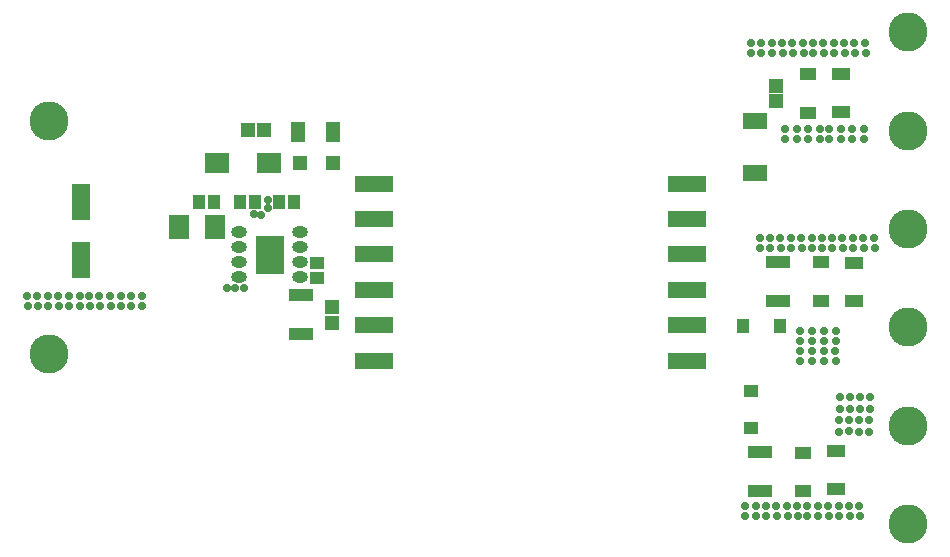
<source format=gts>
G04*
G04 #@! TF.GenerationSoftware,Altium Limited,Altium Designer,21.6.1 (37)*
G04*
G04 Layer_Color=8388736*
%FSLAX25Y25*%
%MOIN*%
G70*
G04*
G04 #@! TF.SameCoordinates,0D3765A8-6255-4433-B095-22D9DB902932*
G04*
G04*
G04 #@! TF.FilePolarity,Negative*
G04*
G01*
G75*
%ADD18R,0.05906X0.03937*%
%ADD19R,0.08268X0.07087*%
%ADD20R,0.08071X0.04331*%
%ADD21R,0.04548X0.07111*%
%ADD34R,0.04724X0.04724*%
%ADD35R,0.04934X0.04934*%
%ADD36R,0.04934X0.04934*%
%ADD37R,0.12800X0.05800*%
%ADD38R,0.05603X0.04383*%
%ADD39R,0.04540X0.04343*%
%ADD40R,0.06706X0.08280*%
%ADD41R,0.09698X0.12572*%
%ADD42O,0.05300X0.03792*%
%ADD43R,0.04737X0.04343*%
%ADD44R,0.08268X0.05512*%
%ADD45R,0.04343X0.04737*%
%ADD46R,0.04343X0.04540*%
%ADD47R,0.06312X0.12020*%
%ADD48C,0.13005*%
%ADD49C,0.02769*%
D18*
X284800Y89301D02*
D03*
Y101899D02*
D03*
X280527Y152063D02*
D03*
Y164662D02*
D03*
X278800Y26401D02*
D03*
Y38999D02*
D03*
D19*
X72339Y135100D02*
D03*
X89661D02*
D03*
D20*
X100500Y78104D02*
D03*
Y91096D02*
D03*
X253300Y38696D02*
D03*
Y25704D02*
D03*
X259300Y102096D02*
D03*
Y89104D02*
D03*
D21*
X99491Y145500D02*
D03*
X111109D02*
D03*
D34*
X111012Y135000D02*
D03*
X99988D02*
D03*
D35*
X82743Y146000D02*
D03*
X88058D02*
D03*
D36*
X110600Y81900D02*
D03*
Y87215D02*
D03*
X258627Y155663D02*
D03*
Y160977D02*
D03*
D37*
X124802Y128278D02*
D03*
Y116478D02*
D03*
Y104678D02*
D03*
Y92878D02*
D03*
Y81078D02*
D03*
Y69278D02*
D03*
X229202Y128278D02*
D03*
Y116478D02*
D03*
Y104678D02*
D03*
Y92878D02*
D03*
Y81078D02*
D03*
Y69278D02*
D03*
D38*
X269527Y164799D02*
D03*
Y151926D02*
D03*
X267800Y38637D02*
D03*
Y25763D02*
D03*
X273800Y102037D02*
D03*
Y89163D02*
D03*
D39*
X250300Y59300D02*
D03*
X250300Y46898D02*
D03*
D40*
X71706Y113800D02*
D03*
X59895D02*
D03*
D41*
X90000Y104500D02*
D03*
D42*
X100242Y97000D02*
D03*
Y102000D02*
D03*
Y107000D02*
D03*
Y112000D02*
D03*
X79758Y97000D02*
D03*
Y102000D02*
D03*
Y107000D02*
D03*
Y112000D02*
D03*
D43*
X105600Y101959D02*
D03*
Y96841D02*
D03*
D44*
X251800Y149161D02*
D03*
Y131839D02*
D03*
D45*
X92941Y122000D02*
D03*
X98059D02*
D03*
X79941D02*
D03*
X85059D02*
D03*
X66441D02*
D03*
X71559D02*
D03*
D46*
X247699Y80800D02*
D03*
X260101Y80800D02*
D03*
D47*
X27000Y122146D02*
D03*
Y102854D02*
D03*
D48*
X302700Y178757D02*
D03*
Y145957D02*
D03*
Y113157D02*
D03*
Y14757D02*
D03*
Y47557D02*
D03*
Y80357D02*
D03*
X16500Y149000D02*
D03*
Y71500D02*
D03*
D49*
X30020Y87450D02*
D03*
X33480D02*
D03*
X43860D02*
D03*
X36940D02*
D03*
X40400D02*
D03*
X47320D02*
D03*
X43800Y90900D02*
D03*
X40280D02*
D03*
X47320D02*
D03*
X36760D02*
D03*
X33240D02*
D03*
X29720D02*
D03*
X9020Y90850D02*
D03*
X12540D02*
D03*
X16060D02*
D03*
X26620D02*
D03*
X19580D02*
D03*
X23100D02*
D03*
X26620Y87400D02*
D03*
X19700D02*
D03*
X16240D02*
D03*
X23160D02*
D03*
X12780D02*
D03*
X9320D02*
D03*
X81465Y93606D02*
D03*
X75700D02*
D03*
X78582D02*
D03*
X260947Y171713D02*
D03*
X257307Y175162D02*
D03*
X257427Y171713D02*
D03*
X260767Y175162D02*
D03*
X253907Y171713D02*
D03*
X250387Y175162D02*
D03*
Y171713D02*
D03*
X253847Y175162D02*
D03*
X278007Y175213D02*
D03*
X267687Y175162D02*
D03*
X274547Y175213D02*
D03*
X264227Y175162D02*
D03*
X288387Y175213D02*
D03*
X271087D02*
D03*
X281467D02*
D03*
X284927D02*
D03*
X285167Y171763D02*
D03*
X281647D02*
D03*
X271087D02*
D03*
X278127D02*
D03*
X274607D02*
D03*
X264467Y171713D02*
D03*
X267987D02*
D03*
X288687Y171763D02*
D03*
X270600Y110200D02*
D03*
X267140D02*
D03*
X256760D02*
D03*
X263680D02*
D03*
X260220D02*
D03*
X253300D02*
D03*
X256820Y106750D02*
D03*
X260340D02*
D03*
X253300D02*
D03*
X263860D02*
D03*
X267380D02*
D03*
X270900D02*
D03*
X291600Y106800D02*
D03*
X288080D02*
D03*
X284560D02*
D03*
X274000D02*
D03*
X281040D02*
D03*
X277520D02*
D03*
X274000Y110250D02*
D03*
X280920D02*
D03*
X284380D02*
D03*
X277460D02*
D03*
X287840D02*
D03*
X291300D02*
D03*
X286540Y20950D02*
D03*
X283080D02*
D03*
X272700D02*
D03*
X279620D02*
D03*
X276160D02*
D03*
X269240D02*
D03*
X272760Y17500D02*
D03*
X276280D02*
D03*
X269240D02*
D03*
X279800D02*
D03*
X283320D02*
D03*
X286840D02*
D03*
X266140Y17450D02*
D03*
X262620D02*
D03*
X259100D02*
D03*
X248540D02*
D03*
X255580D02*
D03*
X252060D02*
D03*
X248540Y20900D02*
D03*
X255460D02*
D03*
X258920D02*
D03*
X252000D02*
D03*
X262380D02*
D03*
X265840D02*
D03*
X283433Y57200D02*
D03*
X290100D02*
D03*
X286767D02*
D03*
X280100D02*
D03*
X283433Y53300D02*
D03*
X286767Y53200D02*
D03*
X280100D02*
D03*
X290100Y53100D02*
D03*
X283067Y49600D02*
D03*
X289733D02*
D03*
X286400D02*
D03*
X279733D02*
D03*
X283067Y45700D02*
D03*
X286400Y45600D02*
D03*
X279733D02*
D03*
X289733Y45500D02*
D03*
X270800Y79067D02*
D03*
X270700Y69067D02*
D03*
Y75733D02*
D03*
X270600Y72400D02*
D03*
X266700Y69067D02*
D03*
Y75733D02*
D03*
Y79067D02*
D03*
Y72400D02*
D03*
X278700Y79033D02*
D03*
X278600Y69033D02*
D03*
Y75700D02*
D03*
X278500Y72367D02*
D03*
X274600Y69033D02*
D03*
Y75700D02*
D03*
Y79033D02*
D03*
Y72367D02*
D03*
X284100Y143067D02*
D03*
X269400Y146433D02*
D03*
X284200Y146400D02*
D03*
X269500Y143100D02*
D03*
X273400Y146433D02*
D03*
X288200Y146400D02*
D03*
Y143067D02*
D03*
X273400Y143100D02*
D03*
X265800Y146467D02*
D03*
X280500Y143100D02*
D03*
X265700Y143133D02*
D03*
X280400Y146433D02*
D03*
X276500Y143100D02*
D03*
X261700Y143133D02*
D03*
Y146467D02*
D03*
X276500Y146433D02*
D03*
X87200Y117900D02*
D03*
X84700Y118000D02*
D03*
X89300Y120200D02*
D03*
Y122700D02*
D03*
X92165Y100169D02*
D03*
X87835D02*
D03*
X92165Y104500D02*
D03*
X87835D02*
D03*
X92165Y108831D02*
D03*
X87835D02*
D03*
M02*

</source>
